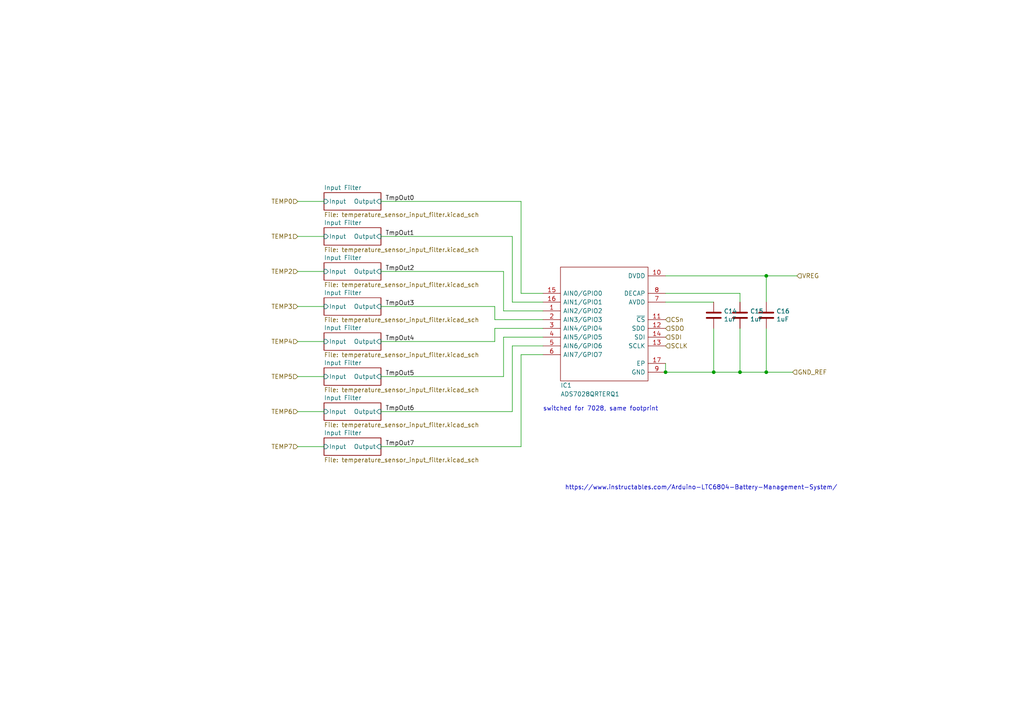
<source format=kicad_sch>
(kicad_sch (version 20211123) (generator eeschema)
  (paper "A4")
  (lib_symbols
    (symbol "Device:C" (pin_numbers hide) (pin_names (offset 0.254))
      (property "Reference" "C" (at 0.635 2.54 0))
      (property "Value" "C" (at 0.635 -2.54 0))
      (symbol "C_0_1"
        (polyline (pts (xy -2.032 -0.762) (xy 2.032 -0.762)) (stroke (width 0.508)))
        (polyline (pts (xy -2.032 0.762) (xy 2.032 0.762)) (stroke (width 0.508)))
      )
      (symbol "C_1_1"
        (pin passive line (at 0 3.81 270) (length 2.794) (name "~") (number "1"))
        (pin passive line (at 0 -3.81 90) (length 2.794) (name "~") (number "2"))
      )
    )
    (symbol "SamacSys_Parts:ADS7038QRTERQ1" (pin_names (offset 0.762))
      (property "Reference" "IC" (at 31.75 22.86 0))
      (property "Value" "ADS7038QRTERQ1" (at 31.75 20.32 0))
      (symbol "ADS7038QRTERQ1_0_0"
        (pin passive line (at 0 0 0) (length 5.08) (name "AIN2/GPIO2") (number "1"))
        (pin passive line (at 35.56 10.16 180) (length 5.08) (name "DVDD") (number "10"))
        (pin passive line (at 35.56 -2.54 180) (length 5.08) (name "~{CS}") (number "11"))
        (pin passive line (at 35.56 -5.08 180) (length 5.08) (name "SDO") (number "12"))
        (pin passive line (at 35.56 -10.16 180) (length 5.08) (name "SCLK") (number "13"))
        (pin passive line (at 35.56 -7.62 180) (length 5.08) (name "SDI") (number "14"))
        (pin passive line (at 0 5.08 0) (length 5.08) (name "AIN0/GPIO0") (number "15"))
        (pin passive line (at 0 2.54 0) (length 5.08) (name "AIN1/GPIO1") (number "16"))
        (pin passive line (at 35.56 -15.24 180) (length 5.08) (name "EP") (number "17"))
        (pin passive line (at 0 -2.54 0) (length 5.08) (name "AIN3/GPIO3") (number "2"))
        (pin passive line (at 0 -5.08 0) (length 5.08) (name "AIN4/GPIO4") (number "3"))
        (pin passive line (at 0 -7.62 0) (length 5.08) (name "AIN5/GPIO5") (number "4"))
        (pin passive line (at 0 -10.16 0) (length 5.08) (name "AIN6/GPIO6") (number "5"))
        (pin passive line (at 0 -12.7 0) (length 5.08) (name "AIN7/GPIO7") (number "6"))
        (pin passive line (at 35.56 2.54 180) (length 5.08) (name "AVDD") (number "7"))
        (pin passive line (at 35.56 5.08 180) (length 5.08) (name "DECAP") (number "8"))
        (pin passive line (at 35.56 -17.78 180) (length 5.08) (name "GND") (number "9"))
      )
      (symbol "ADS7038QRTERQ1_0_1"
        (polyline (pts (xy 5.08 12.7) (xy 30.48 12.7) (xy 30.48 -20.32) (xy 5.08 -20.32) (xy 5.08 12.7)) (stroke (width 0.1524)))
      )
    )
  )
  (junction (at 222.25 107.95))
  (junction (at 214.63 107.95))
  (junction (at 193.04 107.95))
  (junction (at 222.25 80.01))
  (junction (at 207.01 107.95))
  (wire (pts (xy 222.25 95.25) (xy 222.25 107.95)))
  (wire (pts (xy 151.13 102.87) (xy 157.48 102.87)))
  (wire (pts (xy 151.13 129.54) (xy 151.13 102.87)))
  (wire (pts (xy 110.49 58.42) (xy 151.13 58.42)))
  (wire (pts (xy 193.04 105.41) (xy 193.04 107.95)))
  (wire (pts (xy 207.01 95.25) (xy 207.01 107.95)))
  (wire (pts (xy 93.98 78.74) (xy 86.36 78.74)))
  (wire (pts (xy 143.51 99.06) (xy 143.51 95.25)))
  (wire (pts (xy 193.04 107.95) (xy 207.01 107.95)))
  (wire (pts (xy 222.25 80.01) (xy 222.25 87.63)))
  (wire (pts (xy 143.51 95.25) (xy 157.48 95.25)))
  (wire (pts (xy 146.05 90.17) (xy 157.48 90.17)))
  (wire (pts (xy 93.98 109.22) (xy 86.36 109.22)))
  (wire (pts (xy 146.05 109.22) (xy 146.05 97.79)))
  (wire (pts (xy 93.98 99.06) (xy 86.36 99.06)))
  (wire (pts (xy 148.59 68.58) (xy 148.59 87.63)))
  (wire (pts (xy 214.63 85.09) (xy 193.04 85.09)))
  (wire (pts (xy 148.59 100.33) (xy 157.48 100.33)))
  (wire (pts (xy 93.98 58.42) (xy 86.36 58.42)))
  (wire (pts (xy 151.13 85.09) (xy 157.48 85.09)))
  (wire (pts (xy 93.98 129.54) (xy 86.36 129.54)))
  (wire (pts (xy 214.63 87.63) (xy 214.63 85.09)))
  (wire (pts (xy 110.49 99.06) (xy 143.51 99.06)))
  (wire (pts (xy 229.87 107.95) (xy 222.25 107.95)))
  (wire (pts (xy 148.59 119.38) (xy 148.59 100.33)))
  (wire (pts (xy 222.25 107.95) (xy 214.63 107.95)))
  (wire (pts (xy 110.49 88.9) (xy 143.51 88.9)))
  (wire (pts (xy 222.25 80.01) (xy 231.14 80.01)))
  (wire (pts (xy 110.49 68.58) (xy 148.59 68.58)))
  (wire (pts (xy 214.63 107.95) (xy 207.01 107.95)))
  (wire (pts (xy 93.98 88.9) (xy 86.36 88.9)))
  (wire (pts (xy 93.98 119.38) (xy 86.36 119.38)))
  (wire (pts (xy 110.49 78.74) (xy 146.05 78.74)))
  (wire (pts (xy 110.49 119.38) (xy 148.59 119.38)))
  (wire (pts (xy 148.59 87.63) (xy 157.48 87.63)))
  (wire (pts (xy 193.04 87.63) (xy 207.01 87.63)))
  (wire (pts (xy 151.13 58.42) (xy 151.13 85.09)))
  (wire (pts (xy 110.49 129.54) (xy 151.13 129.54)))
  (wire (pts (xy 146.05 97.79) (xy 157.48 97.79)))
  (wire (pts (xy 93.98 68.58) (xy 86.36 68.58)))
  (wire (pts (xy 143.51 88.9) (xy 143.51 92.71)))
  (wire (pts (xy 214.63 95.25) (xy 214.63 107.95)))
  (wire (pts (xy 110.49 109.22) (xy 146.05 109.22)))
  (wire (pts (xy 146.05 78.74) (xy 146.05 90.17)))
  (wire (pts (xy 193.04 80.01) (xy 222.25 80.01)))
  (wire (pts (xy 143.51 92.71) (xy 157.48 92.71)))
  (text "https://www.instructables.com/Arduino-LTC6804-Battery-Management-System/\n" (at 163.83 142.24 0) (effects (font (size 1.27 1.27)) (justify left bottom)))
  (text "switched for 7028, same footprint" (at 157.48 119.38 0) (effects (font (size 1.27 1.27)) (justify left bottom)))
  (label "TmpOut7" (at 111.76 129.54 0))
  (label "TmpOut4" (at 111.76 99.06 0))
  (label "TmpOut0" (at 111.76 58.42 0))
  (label "TmpOut5" (at 111.76 109.22 0))
  (label "TmpOut3" (at 111.76 88.9 0))
  (label "TmpOut2" (at 111.76 78.74 0))
  (label "TmpOut6" (at 111.76 119.38 0))
  (label "TmpOut1" (at 111.76 68.58 0))
  (hierarchical_label "TEMP7" (shape input) (at 86.36 129.54 180))
  (hierarchical_label "TEMP2" (shape input) (at 86.36 78.74 180))
  (hierarchical_label "VREG" (shape input) (at 231.14 80.01 0))
  (hierarchical_label "TEMP4" (shape input) (at 86.36 99.06 180))
  (hierarchical_label "TEMP0" (shape input) (at 86.36 58.42 180))
  (hierarchical_label "TEMP5" (shape input) (at 86.36 109.22 180))
  (hierarchical_label "SDI" (shape input) (at 193.04 97.79 0))
  (hierarchical_label "SDO" (shape input) (at 193.04 95.25 0))
  (hierarchical_label "TEMP1" (shape input) (at 86.36 68.58 180))
  (hierarchical_label "TEMP3" (shape input) (at 86.36 88.9 180))
  (hierarchical_label "CSn" (shape input) (at 193.04 92.71 0))
  (hierarchical_label "SCLK" (shape input) (at 193.04 100.33 0))
  (hierarchical_label "TEMP6" (shape input) (at 86.36 119.38 180))
  (hierarchical_label "GND_REF" (shape input) (at 229.87 107.95 0))
  (symbol (lib_id "SamacSys_Parts:ADS7038QRTERQ1") (at 157.48 90.17 0) (unit 1)
    (property "Reference" "IC1" (at 162.56 111.76 0) (effects (justify left)))
    (property "Value" "ADS7028QRTERQ1" (at 162.56 114.3 0) (effects (justify left)))
    (property "Footprint" "Package_DFN_QFN:WQFN-16-1EP_3x3mm_P0.5mm_EP1.6x1.6mm" (effects hide))
    (property "Datasheet" "https://www.ti.com/lit/ds/symlink/ads7028.pdf?ts=1650347374272&ref_url=https%253A%252F%252Fau.mouser.com%252F" (effects hide))
    (property "Description" "ADS7028 Q1 Small 8 Channel 12 Bit ADC With SPI Interface and CRC" (effects hide))
    (property "Height" "0.8" (effects hide))
    (property "Mouser Part Number" "NOT AVAILABLE!" (effects hide))
    (property "Mouser Price/Stock" "https://au.mouser.com/ProductDetail/Texas-Instruments/ADS7028IRTER?qs=%252B6g0mu59x7L0mzHBJBWvJw%3D%3D" (effects hide))
    (property "Manufacturer" "Texas Instruments" (effects hide))
    (property "Part Number" "ADS7028IRTER" (effects hide))
  )
  (symbol (lib_id "Device:C") (at 207.01 91.44 0) (unit 1)
    (property "Reference" "C14" (at 209.931 90.2716 0) (effects (justify left)))
    (property "Value" "1uF" (at 209.931 92.583 0) (effects (justify left)))
    (property "Footprint" "Capacitor_SMD:C_0603_1608Metric_Pad1.08x0.95mm_HandSolder" (effects hide))
    (property "Part Number" "-" (effects hide))
    (property "Manufacturer" "-" (effects hide))
  )
  (symbol (lib_id "Device:C") (at 214.63 91.44 0) (unit 1)
    (property "Reference" "C15" (at 217.551 90.2716 0) (effects (justify left)))
    (property "Value" "1uF" (at 217.551 92.583 0) (effects (justify left)))
    (property "Footprint" "Capacitor_SMD:C_0603_1608Metric_Pad1.08x0.95mm_HandSolder" (effects hide))
    (property "Part Number" "-" (effects hide))
    (property "Manufacturer" "-" (effects hide))
  )
  (symbol (lib_id "Device:C") (at 222.25 91.44 0) (unit 1)
    (property "Reference" "C16" (at 225.171 90.2716 0) (effects (justify left)))
    (property "Value" "1uF" (at 225.171 92.583 0) (effects (justify left)))
    (property "Footprint" "Capacitor_SMD:C_0603_1608Metric_Pad1.08x0.95mm_HandSolder" (effects hide))
    (property "Part Number" "-" (effects hide))
    (property "Manufacturer" "-" (effects hide))
  )
  (sheet (at 93.98 55.88) (size 16.51 5.08)
    (property "Sheet name" "Input Filter" (at 93.98 55.1684 0) (effects (justify left bottom)))
    (property "Sheet file" "temperature_sensor_input_filter.kicad_sch" (at 93.98 61.5446 0) (effects (justify left top)))
    (pin "Output" input (at 110.49 58.42 0))
    (pin "Input" input (at 93.98 58.42 180))
  )
  (sheet (at 93.98 66.04) (size 16.51 5.08)
    (property "Sheet name" "Input Filter" (at 93.98 65.3284 0) (effects (justify left bottom)))
    (property "Sheet file" "temperature_sensor_input_filter.kicad_sch" (at 93.98 71.7046 0) (effects (justify left top)))
    (pin "Output" input (at 110.49 68.58 0))
    (pin "Input" input (at 93.98 68.58 180))
  )
  (sheet (at 93.98 76.2) (size 16.51 5.08)
    (property "Sheet name" "Input Filter" (at 93.98 75.4884 0) (effects (justify left bottom)))
    (property "Sheet file" "temperature_sensor_input_filter.kicad_sch" (at 93.98 81.8646 0) (effects (justify left top)))
    (pin "Output" input (at 110.49 78.74 0))
    (pin "Input" input (at 93.98 78.74 180))
  )
  (sheet (at 93.98 86.36) (size 16.51 5.08)
    (property "Sheet name" "Input Filter" (at 93.98 85.6484 0) (effects (justify left bottom)))
    (property "Sheet file" "temperature_sensor_input_filter.kicad_sch" (at 93.98 92.0246 0) (effects (justify left top)))
    (pin "Output" input (at 110.49 88.9 0))
    (pin "Input" input (at 93.98 88.9 180))
  )
  (sheet (at 93.98 96.52) (size 16.51 5.08)
    (property "Sheet name" "Input Filter" (at 93.98 95.8084 0) (effects (justify left bottom)))
    (property "Sheet file" "temperature_sensor_input_filter.kicad_sch" (at 93.98 102.1846 0) (effects (justify left top)))
    (pin "Output" input (at 110.49 99.06 0))
    (pin "Input" input (at 93.98 99.06 180))
  )
  (sheet (at 93.98 106.68) (size 16.51 5.08)
    (property "Sheet name" "Input Filter" (at 93.98 105.9684 0) (effects (justify left bottom)))
    (property "Sheet file" "temperature_sensor_input_filter.kicad_sch" (at 93.98 112.3446 0) (effects (justify left top)))
    (pin "Output" input (at 110.49 109.22 0))
    (pin "Input" input (at 93.98 109.22 180))
  )
  (sheet (at 93.98 116.84) (size 16.51 5.08)
    (property "Sheet name" "Input Filter" (at 93.98 116.1284 0) (effects (justify left bottom)))
    (property "Sheet file" "temperature_sensor_input_filter.kicad_sch" (at 93.98 122.5046 0) (effects (justify left top)))
    (pin "Output" input (at 110.49 119.38 0))
    (pin "Input" input (at 93.98 119.38 180))
  )
  (sheet (at 93.98 127) (size 16.51 5.08)
    (property "Sheet name" "Input Filter" (at 93.98 126.2884 0) (effects (justify left bottom)))
    (property "Sheet file" "temperature_sensor_input_filter.kicad_sch" (at 93.98 132.6646 0) (effects (justify left top)))
    (pin "Output" input (at 110.49 129.54 0))
    (pin "Input" input (at 93.98 129.54 180))
  )
)
</source>
